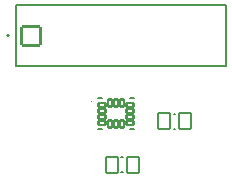
<source format=gto>
G04 #@! TF.GenerationSoftware,KiCad,Pcbnew,7.0.10*
G04 #@! TF.CreationDate,2024-03-13T20:42:49-05:00*
G04 #@! TF.ProjectId,445_Left_Forearm,3434355f-4c65-4667-945f-466f72656172,rev?*
G04 #@! TF.SameCoordinates,Original*
G04 #@! TF.FileFunction,Legend,Top*
G04 #@! TF.FilePolarity,Positive*
%FSLAX46Y46*%
G04 Gerber Fmt 4.6, Leading zero omitted, Abs format (unit mm)*
G04 Created by KiCad (PCBNEW 7.0.10) date 2024-03-13 20:42:49*
%MOMM*%
%LPD*%
G01*
G04 APERTURE LIST*
G04 Aperture macros list*
%AMRoundRect*
0 Rectangle with rounded corners*
0 $1 Rounding radius*
0 $2 $3 $4 $5 $6 $7 $8 $9 X,Y pos of 4 corners*
0 Add a 4 corners polygon primitive as box body*
4,1,4,$2,$3,$4,$5,$6,$7,$8,$9,$2,$3,0*
0 Add four circle primitives for the rounded corners*
1,1,$1+$1,$2,$3*
1,1,$1+$1,$4,$5*
1,1,$1+$1,$6,$7*
1,1,$1+$1,$8,$9*
0 Add four rect primitives between the rounded corners*
20,1,$1+$1,$2,$3,$4,$5,0*
20,1,$1+$1,$4,$5,$6,$7,0*
20,1,$1+$1,$6,$7,$8,$9,0*
20,1,$1+$1,$8,$9,$2,$3,0*%
G04 Aperture macros list end*
%ADD10C,0.127000*%
%ADD11C,0.200000*%
%ADD12C,0.100000*%
%ADD13RoundRect,0.102000X0.525000X0.690000X-0.525000X0.690000X-0.525000X-0.690000X0.525000X-0.690000X0*%
%ADD14RoundRect,0.102000X-0.795000X-0.795000X0.795000X-0.795000X0.795000X0.795000X-0.795000X0.795000X0*%
%ADD15C,1.794000*%
%ADD16C,2.000000*%
%ADD17RoundRect,0.102000X-0.525000X-0.690000X0.525000X-0.690000X0.525000X0.690000X-0.525000X0.690000X0*%
%ADD18RoundRect,0.102000X-0.300000X-0.175000X0.300000X-0.175000X0.300000X0.175000X-0.300000X0.175000X0*%
%ADD19RoundRect,0.102000X0.175000X-0.300000X0.175000X0.300000X-0.175000X0.300000X-0.175000X-0.300000X0*%
G04 APERTURE END LIST*
D10*
X149022500Y-95113000D02*
X148919500Y-95113000D01*
X149022500Y-93863000D02*
X148919500Y-93863000D01*
X139954000Y-86146000D02*
X139954000Y-80986000D01*
X157734000Y-80986000D02*
X139954000Y-80986000D01*
X157734000Y-80986000D02*
X157734000Y-86146000D01*
X157734000Y-86146000D02*
X139954000Y-86146000D01*
D11*
X139404000Y-83566000D02*
G75*
G03*
X139204000Y-83566000I-100000J0D01*
G01*
X139204000Y-83566000D02*
G75*
G03*
X139404000Y-83566000I100000J0D01*
G01*
D10*
X153364500Y-90180000D02*
X153467500Y-90180000D01*
X153364500Y-91430000D02*
X153467500Y-91430000D01*
X146913000Y-91470000D02*
X147313000Y-91470000D01*
X147313000Y-88870000D02*
X146913000Y-88870000D01*
X150013000Y-88870000D02*
X149613000Y-88870000D01*
X150013000Y-91470000D02*
X149613000Y-91470000D01*
D12*
X146413000Y-89170000D02*
G75*
G03*
X146313000Y-89170000I-50000J0D01*
G01*
X146313000Y-89170000D02*
G75*
G03*
X146413000Y-89170000I50000J0D01*
G01*
%LPC*%
D13*
X149861000Y-94488000D03*
X148081000Y-94488000D03*
D14*
X141224000Y-83566000D03*
D15*
X143764000Y-83566000D03*
X146304000Y-83566000D03*
X148844000Y-83566000D03*
X151384000Y-83566000D03*
X153924000Y-83566000D03*
X156464000Y-83566000D03*
D16*
X137795000Y-75438000D03*
X157607000Y-75438000D03*
D17*
X152526000Y-90805000D03*
X154306000Y-90805000D03*
D16*
X157607000Y-99314000D03*
D18*
X147303000Y-89420000D03*
X147303000Y-89920000D03*
X147303000Y-90420000D03*
X147303000Y-90920000D03*
D19*
X147963000Y-91080000D03*
X148463000Y-91080000D03*
X148963000Y-91080000D03*
D18*
X149623000Y-90920000D03*
X149623000Y-90420000D03*
X149623000Y-89920000D03*
X149623000Y-89420000D03*
D19*
X148963000Y-89260000D03*
X148463000Y-89260000D03*
X147963000Y-89260000D03*
D16*
X137795000Y-99314000D03*
%LPD*%
M02*

</source>
